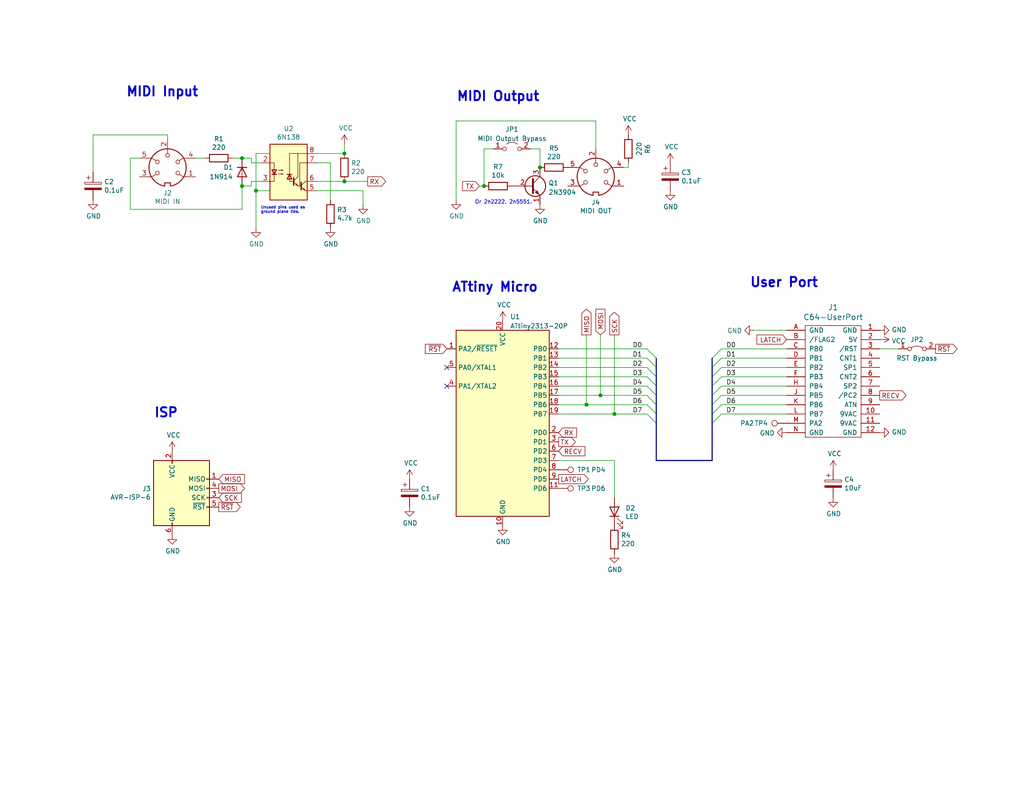
<source format=kicad_sch>
(kicad_sch (version 20211123) (generator eeschema)
  (paper "A")
  (title_block (title "C64UserPortMidi") (date "2022-12-11") (rev "v1.0 RevA") (company "D Cooper Dalrymple") (comment 1 "https://dcdalrymple.com/C64UserPortMidi"))
  (lib_symbols
    (symbol "C64UserPortMidi-rescue:CP-Device" (pin_numbers hide) (pin_names (offset 0.254))
      (property "Reference" "C" (at 0.635 2.54 0))
      (property "Value" "CP-Device" (at 0.635 -2.54 0))
      (symbol "CP-Device_0_1"
        (rectangle (start -2.286 0.508) (end 2.286 1.016))
        (polyline (pts (xy -1.778 2.286) (xy -0.762 2.286)))
        (polyline (pts (xy -1.27 2.794) (xy -1.27 1.778)))
        (rectangle (start 2.286 -0.508) (end -2.286 -1.016) (fill (type outline)))
      )
      (symbol "CP-Device_1_1"
        (pin passive line (at 0 3.81 270) (length 2.794) (name "~") (number "1"))
        (pin passive line (at 0 -3.81 90) (length 2.794) (name "~") (number "2"))
      )
    )
    (symbol "Connector:AVR-ISP-6" (pin_names (offset 1.016))
      (property "Reference" "J" (at -6.35 11.43 0))
      (property "Value" "AVR-ISP-6" (at 0 11.43 0))
      (symbol "AVR-ISP-6_0_1"
        (rectangle (start -2.667 -6.858) (end -2.413 -7.62))
        (rectangle (start -2.667 10.16) (end -2.413 9.398))
        (rectangle (start 7.62 -2.413) (end 6.858 -2.667))
        (rectangle (start 7.62 0.127) (end 6.858 -0.127))
        (rectangle (start 7.62 2.667) (end 6.858 2.413))
        (rectangle (start 7.62 5.207) (end 6.858 4.953))
        (rectangle (start 7.62 10.16) (end -7.62 -7.62) (stroke (width 0.254)) (fill (type background)))
      )
      (symbol "AVR-ISP-6_1_1"
        (pin passive line (at 10.16 5.08 180) (length 2.54) (name "MISO") (number "1"))
        (pin passive line (at -2.54 12.7 270) (length 2.54) (name "VCC") (number "2"))
        (pin passive line (at 10.16 0 180) (length 2.54) (name "SCK") (number "3"))
        (pin passive line (at 10.16 2.54 180) (length 2.54) (name "MOSI") (number "4"))
        (pin passive line (at 10.16 -2.54 180) (length 2.54) (name "~{RST}") (number "5"))
        (pin passive line (at -2.54 -10.16 90) (length 2.54) (name "GND") (number "6"))
      )
    )
    (symbol "Connector:TestPoint" (pin_numbers hide) (pin_names (offset 0.762) hide)
      (property "Reference" "TP" (at 0 6.858 0))
      (property "Value" "TestPoint" (at 0 5.08 0))
      (symbol "TestPoint_0_1"
        (circle (center 0 3.302) (radius 0.762))
      )
      (symbol "TestPoint_1_1"
        (pin passive line (at 0 0 90) (length 2.54) (name "1") (number "1"))
      )
    )
    (symbol "Device:LED" (pin_numbers hide) (pin_names (offset 1.016) hide)
      (property "Reference" "D" (at 0 2.54 0))
      (property "Value" "LED" (at 0 -2.54 0))
      (symbol "LED_0_1"
        (polyline (pts (xy -1.27 -1.27) (xy -1.27 1.27)) (stroke (width 0.254)))
        (polyline (pts (xy -1.27 0) (xy 1.27 0)))
        (polyline (pts (xy 1.27 -1.27) (xy 1.27 1.27) (xy -1.27 0) (xy 1.27 -1.27)) (stroke (width 0.254)))
        (polyline (pts (xy -3.048 -0.762) (xy -4.572 -2.286) (xy -3.81 -2.286) (xy -4.572 -2.286) (xy -4.572 -1.524)))
        (polyline (pts (xy -1.778 -0.762) (xy -3.302 -2.286) (xy -2.54 -2.286) (xy -3.302 -2.286) (xy -3.302 -1.524)))
      )
      (symbol "LED_1_1"
        (pin passive line (at -3.81 0 0) (length 2.54) (name "K") (number "1"))
        (pin passive line (at 3.81 0 180) (length 2.54) (name "A") (number "2"))
      )
    )
    (symbol "Device:R" (pin_numbers hide) (pin_names (offset 0))
      (property "Reference" "R" (at 2.032 0 90))
      (property "Value" "R" (at 0 0 90))
      (symbol "R_0_1"
        (rectangle (start -1.016 -2.54) (end 1.016 2.54) (stroke (width 0.254)))
      )
      (symbol "R_1_1"
        (pin passive line (at 0 3.81 270) (length 1.27) (name "~") (number "1"))
        (pin passive line (at 0 -3.81 90) (length 1.27) (name "~") (number "2"))
      )
    )
    (symbol "Diode:1N914" (pin_numbers hide) (pin_names (offset 1.016) hide)
      (property "Reference" "D" (at 0 2.54 0))
      (property "Value" "1N914" (at 0 -2.54 0))
      (symbol "1N914_0_1"
        (polyline (pts (xy -1.27 1.27) (xy -1.27 -1.27)) (stroke (width 0.254)))
        (polyline (pts (xy 1.27 0) (xy -1.27 0)))
        (polyline (pts (xy 1.27 1.27) (xy 1.27 -1.27) (xy -1.27 0) (xy 1.27 1.27)) (stroke (width 0.254)))
      )
      (symbol "1N914_1_1"
        (pin passive line (at -3.81 0 0) (length 2.54) (name "K") (number "1"))
        (pin passive line (at 3.81 0 180) (length 2.54) (name "A") (number "2"))
      )
    )
    (symbol "Isolator:6N138" (pin_names (offset 1.016) hide)
      (property "Reference" "U" (at -4.064 8.89 0))
      (property "Value" "6N138" (at 2.286 8.89 0))
      (symbol "6N138_0_1"
        (rectangle (start -5.08 7.62) (end 5.08 -7.62) (stroke (width 0.254)) (fill (type background)))
        (polyline (pts (xy -4.572 -0.635) (xy -3.302 -0.635)) (stroke (width 0.254)))
        (polyline (pts (xy 0.889 -0.635) (xy -0.381 -0.635)) (stroke (width 0.254)))
        (polyline (pts (xy 1.397 -2.667) (xy 2.54 -3.81)))
        (polyline (pts (xy 1.397 -2.413) (xy 2.54 -1.27)))
        (polyline (pts (xy 2.54 -3.81) (xy 3.175 -3.81)))
        (polyline (pts (xy 3.429 -3.937) (xy 4.572 -5.08)))
        (polyline (pts (xy 3.429 -3.683) (xy 4.572 -2.54)))
        (polyline (pts (xy 4.572 -5.08) (xy 5.08 -5.08)))
        (polyline (pts (xy 4.572 -2.54) (xy 5.08 -2.54)))
        (polyline (pts (xy 1.397 -1.524) (xy 1.397 -3.556) (xy 1.397 -3.556)) (stroke (width 0.3556)))
        (polyline (pts (xy 2.54 -1.27) (xy 2.54 5.08) (xy 5.08 5.08)))
        (polyline (pts (xy 3.429 -2.794) (xy 3.429 -4.826) (xy 3.429 -4.826)) (stroke (width 0.3556)))
        (polyline (pts (xy 5.08 2.54) (xy 3.048 2.54) (xy 3.048 -3.81)))
        (polyline (pts (xy -5.08 -2.54) (xy -3.937 -2.54) (xy -3.937 2.54) (xy -5.08 2.54)))
        (polyline (pts (xy -3.937 -0.635) (xy -4.572 0.635) (xy -3.302 0.635) (xy -3.937 -0.635)) (stroke (width 0.254)))
        (polyline (pts (xy 0.254 -0.635) (xy 0.889 -1.905) (xy -0.381 -1.905) (xy 0.254 -0.635)) (stroke (width 0.254)))
        (polyline (pts (xy 1.27 -2.54) (xy 0.254 -2.54) (xy 0.254 5.08) (xy 2.54 5.08)))
        (polyline (pts (xy 2.413 -3.683) (xy 2.159 -3.175) (xy 1.905 -3.429) (xy 2.413 -3.683)))
        (polyline (pts (xy 4.445 -4.953) (xy 4.191 -4.445) (xy 3.937 -4.699) (xy 4.445 -4.953)))
        (polyline (pts (xy -2.794 -0.508) (xy -1.524 -0.508) (xy -1.905 -0.635) (xy -1.905 -0.381) (xy -1.524 -0.508)))
        (polyline (pts (xy -2.794 0.508) (xy -1.524 0.508) (xy -1.905 0.381) (xy -1.905 0.635) (xy -1.524 0.508)))
      )
      (symbol "6N138_1_1"
        (pin no_connect line (at -5.08 5.08 0) (length 2.54) hide (name "NC") (number "1"))
        (pin passive line (at -7.62 2.54 0) (length 2.54) (name "C1") (number "2"))
        (pin passive line (at -7.62 -2.54 0) (length 2.54) (name "C2") (number "3"))
        (pin no_connect line (at -5.08 -5.08 0) (length 2.54) hide (name "NC") (number "4"))
        (pin passive line (at 7.62 -5.08 180) (length 2.54) (name "GND") (number "5"))
        (pin passive line (at 7.62 -2.54 180) (length 2.54) (name "VO2") (number "6"))
        (pin passive line (at 7.62 2.54 180) (length 2.54) (name "VO1") (number "7"))
        (pin passive line (at 7.62 5.08 180) (length 2.54) (name "VCC") (number "8"))
      )
    )
    (symbol "Jumper:Jumper_2_Bridged" (pin_names (offset 0) hide)
      (property "Reference" "JP" (at 0 1.905 0))
      (property "Value" "Jumper_2_Bridged" (at 0 -2.54 0))
      (symbol "Jumper_2_Bridged_0_0"
        (circle (center -2.032 0) (radius 0.508))
        (circle (center 2.032 0) (radius 0.508))
      )
      (symbol "Jumper_2_Bridged_0_1"
        (arc (start 1.524 0.254) (mid 0 0.762) (end -1.524 0.254))
      )
      (symbol "Jumper_2_Bridged_1_1"
        (pin passive line (at -5.08 0 0) (length 2.54) (name "A") (number "1"))
        (pin passive line (at 5.08 0 180) (length 2.54) (name "B") (number "2"))
      )
    )
    (symbol "Jumper:Jumper_2_Open" (pin_names (offset 0) hide)
      (property "Reference" "JP" (at 0 2.794 0))
      (property "Value" "Jumper_2_Open" (at 0 -2.286 0))
      (symbol "Jumper_2_Open_0_0"
        (circle (center -2.032 0) (radius 0.508))
        (circle (center 2.032 0) (radius 0.508))
      )
      (symbol "Jumper_2_Open_0_1"
        (arc (start 1.524 1.27) (mid 0 1.778) (end -1.524 1.27))
      )
      (symbol "Jumper_2_Open_1_1"
        (pin passive line (at -5.08 0 0) (length 2.54) (name "A") (number "1"))
        (pin passive line (at 5.08 0 180) (length 2.54) (name "B") (number "2"))
      )
    )
    (symbol "MCU_Microchip_ATtiny:ATtiny2313-20P"
      (property "Reference" "U" (at -12.7 26.67 0))
      (property "Value" "ATtiny2313-20P" (at 2.54 -26.67 0))
      (symbol "ATtiny2313-20P_0_1"
        (rectangle (start -12.7 -25.4) (end 12.7 25.4) (stroke (width 0.254)) (fill (type background)))
      )
      (symbol "ATtiny2313-20P_1_1"
        (pin bidirectional line (at -15.24 20.32 0) (length 2.54) (name "PA2/~{RESET}") (number "1"))
        (pin power_in line (at 0 -27.94 90) (length 2.54) (name "GND") (number "10"))
        (pin bidirectional line (at 15.24 -17.78 180) (length 2.54) (name "PD6") (number "11"))
        (pin bidirectional line (at 15.24 20.32 180) (length 2.54) (name "PB0") (number "12"))
        (pin bidirectional line (at 15.24 17.78 180) (length 2.54) (name "PB1") (number "13"))
        (pin bidirectional line (at 15.24 15.24 180) (length 2.54) (name "PB2") (number "14"))
        (pin bidirectional line (at 15.24 12.7 180) (length 2.54) (name "PB3") (number "15"))
        (pin bidirectional line (at 15.24 10.16 180) (length 2.54) (name "PB4") (number "16"))
        (pin bidirectional line (at 15.24 7.62 180) (length 2.54) (name "PB5") (number "17"))
        (pin bidirectional line (at 15.24 5.08 180) (length 2.54) (name "PB6") (number "18"))
        (pin bidirectional line (at 15.24 2.54 180) (length 2.54) (name "PB7") (number "19"))
        (pin bidirectional line (at 15.24 -2.54 180) (length 2.54) (name "PD0") (number "2"))
        (pin power_in line (at 0 27.94 270) (length 2.54) (name "VCC") (number "20"))
        (pin bidirectional line (at 15.24 -5.08 180) (length 2.54) (name "PD1") (number "3"))
        (pin bidirectional line (at -15.24 10.16 0) (length 2.54) (name "PA1/XTAL2") (number "4"))
        (pin bidirectional line (at -15.24 15.24 0) (length 2.54) (name "PA0/XTAL1") (number "5"))
        (pin bidirectional line (at 15.24 -7.62 180) (length 2.54) (name "PD2") (number "6"))
        (pin bidirectional line (at 15.24 -10.16 180) (length 2.54) (name "PD3") (number "7"))
        (pin bidirectional line (at 15.24 -12.7 180) (length 2.54) (name "PD4") (number "8"))
        (pin bidirectional line (at 15.24 -15.24 180) (length 2.54) (name "PD5") (number "9"))
      )
    )
    (symbol "Transistor_BJT:2N3904" (pin_names (offset 0) hide)
      (property "Reference" "Q" (at 5.08 1.905 0))
      (property "Value" "2N3904" (at 5.08 0 0))
      (symbol "2N3904_0_1"
        (polyline (pts (xy 0.635 0.635) (xy 2.54 2.54)))
        (polyline (pts (xy 0.635 -0.635) (xy 2.54 -2.54) (xy 2.54 -2.54)))
        (polyline (pts (xy 0.635 1.905) (xy 0.635 -1.905) (xy 0.635 -1.905)) (stroke (width 0.508)))
        (polyline (pts (xy 1.27 -1.778) (xy 1.778 -1.27) (xy 2.286 -2.286) (xy 1.27 -1.778) (xy 1.27 -1.778)) (fill (type outline)))
        (circle (center 1.27 0) (radius 2.8194) (stroke (width 0.254)))
      )
      (symbol "2N3904_1_1"
        (pin passive line (at 2.54 -5.08 90) (length 2.54) (name "E") (number "1"))
        (pin passive line (at -5.08 0 0) (length 5.715) (name "B") (number "2"))
        (pin passive line (at 2.54 5.08 270) (length 2.54) (name "C") (number "3"))
      )
    )
    (symbol "hackup-commodore:C64-UserPort" (pin_names (offset 1.016))
      (property "Reference" "J" (at 0 -11.43 0))
      (property "Value" "C64-UserPort" (at 0 -8.89 0))
      (symbol "C64-UserPort_0_1"
        (rectangle (start -7.62 24.13) (end 7.62 -6.35))
        (rectangle (start 7.62 22.86) (end 7.62 22.86))
      )
      (symbol "C64-UserPort_1_1"
        (pin passive line (at 12.7 22.86 180) (length 5.08) (name "GND") (number "1"))
        (pin passive line (at 12.7 0 180) (length 5.08) (name "9VAC") (number "10"))
        (pin passive line (at 12.7 -2.54 180) (length 5.08) (name "9VAC") (number "11"))
        (pin passive line (at 12.7 -5.08 180) (length 5.08) (name "GND") (number "12"))
        (pin passive line (at 12.7 20.32 180) (length 5.08) (name "5V") (number "2"))
        (pin bidirectional line (at 12.7 17.78 180) (length 5.08) (name "/RST") (number "3"))
        (pin input line (at 12.7 15.24 180) (length 5.08) (name "CNT1") (number "4"))
        (pin bidirectional line (at 12.7 12.7 180) (length 5.08) (name "SP1") (number "5"))
        (pin input line (at 12.7 10.16 180) (length 5.08) (name "CNT2") (number "6"))
        (pin bidirectional line (at 12.7 7.62 180) (length 5.08) (name "SP2") (number "7"))
        (pin input line (at 12.7 5.08 180) (length 5.08) (name "/PC2") (number "8"))
        (pin output line (at 12.7 2.54 180) (length 5.08) (name "ATN") (number "9"))
        (pin passive line (at -12.7 22.86 0) (length 5.08) (name "GND") (number "A"))
        (pin input line (at -12.7 20.32 0) (length 5.08) (name "/FLAG2") (number "B"))
        (pin bidirectional line (at -12.7 17.78 0) (length 5.08) (name "PB0") (number "C"))
        (pin bidirectional line (at -12.7 15.24 0) (length 5.08) (name "PB1") (number "D"))
        (pin bidirectional line (at -12.7 12.7 0) (length 5.08) (name "PB2") (number "E"))
        (pin bidirectional line (at -12.7 10.16 0) (length 5.08) (name "PB3") (number "F"))
        (pin bidirectional line (at -12.7 7.62 0) (length 5.08) (name "PB4") (number "H"))
        (pin bidirectional line (at -12.7 5.08 0) (length 5.08) (name "PB5") (number "J"))
        (pin bidirectional line (at -12.7 2.54 0) (length 5.08) (name "PB6") (number "K"))
        (pin bidirectional line (at -12.7 0 0) (length 5.08) (name "PB7") (number "L"))
        (pin bidirectional line (at -12.7 -2.54 0) (length 5.08) (name "PA2") (number "M"))
        (pin passive line (at -12.7 -5.08 0) (length 5.08) (name "GND") (number "N"))
      )
    )
    (symbol "hackup-commodore:DIN-5" (pin_names (offset 1.016))
      (property "Reference" "J" (at 3.175 5.715 0))
      (property "Value" "DIN-5" (at 0 -6.35 0))
      (symbol "DIN-5_0_1"
        (arc (start -5.08 0) (mid -3.8609 -3.3364) (end -0.762 -5.08) (stroke (width 0.254)))
        (circle (center -2.794 -1.524) (radius 0.508))
        (circle (center -2.794 1.524) (radius 0.508))
        (polyline (pts (xy 0 5.08) (xy 0 3.81)))
        (polyline (pts (xy -5.08 -2.54) (xy -4.318 -2.54) (xy -3.175 -1.905)))
        (polyline (pts (xy -5.08 2.54) (xy -4.318 2.54) (xy -3.175 1.905)))
        (polyline (pts (xy 5.08 -2.54) (xy 4.318 -2.54) (xy 3.175 -1.905)))
        (polyline (pts (xy 5.08 2.54) (xy 4.318 2.54) (xy 3.175 1.905)))
        (polyline (pts (xy -0.762 -4.953) (xy -0.762 -4.191) (xy 0.762 -4.191) (xy 0.762 -4.953)) (stroke (width 0.254)))
        (circle (center 0 3.302) (radius 0.508))
        (arc (start 0.762 -5.08) (mid 3.8685 -3.343) (end 5.08 0) (stroke (width 0.254)))
        (circle (center 2.794 -1.524) (radius 0.508))
        (circle (center 2.794 1.524) (radius 0.508))
        (arc (start 5.08 0) (mid 0 5.08) (end -5.08 0) (stroke (width 0.254)))
      )
      (symbol "DIN-5_1_1"
        (pin passive line (at 7.62 -2.54 180) (length 2.54) (name "~") (number "1"))
        (pin passive line (at 0 7.62 270) (length 2.54) (name "~") (number "2"))
        (pin passive line (at -7.62 -2.54 0) (length 2.54) (name "~") (number "3"))
        (pin passive line (at 7.62 2.54 180) (length 2.54) (name "~") (number "4"))
        (pin passive line (at -7.62 2.54 0) (length 2.54) (name "~") (number "5"))
      )
    )
    (symbol "power:GND" (power) (pin_names (offset 0))
      (property "Value" "GND" (at 0 -3.81 0))
      (symbol "GND_0_1"
        (polyline (pts (xy 0 0) (xy 0 -1.27) (xy 1.27 -1.27) (xy 0 -2.54) (xy -1.27 -1.27) (xy 0 -1.27)))
      )
      (symbol "GND_1_1"
        (pin power_in line (at 0 0 270) (length 0) hide (name "GND") (number "1"))
      )
    )
    (symbol "power:VCC" (power) (pin_names (offset 0))
      (property "Value" "VCC" (at 0 3.81 0))
      (symbol "VCC_0_1"
        (polyline (pts (xy -0.762 1.27) (xy 0 2.54)))
        (polyline (pts (xy 0 0) (xy 0 2.54)))
        (polyline (pts (xy 0 2.54) (xy 0.762 1.27)))
      )
      (symbol "VCC_1_1"
        (pin power_in line (at 0 0 90) (length 0) hide (name "VCC") (number "1"))
      )
    )
  )
  (junction (at 160.02 110.49))
  (junction (at 93.98 49.53))
  (junction (at 147.32 45.72))
  (junction (at 66.04 43.18))
  (junction (at 93.98 41.91))
  (junction (at 69.85 52.07))
  (junction (at 66.04 50.8))
  (junction (at 132.08 50.8))
  (junction (at 167.64 113.03))
  (junction (at 163.83 107.95))
  (no_connect (at 121.92 100.33))
  (no_connect (at 121.92 105.41))
  (bus_entry (at 176.53 107.95) (size 2.54 2.54))
  (bus_entry (at 194.31 105.41) (size 2.54 -2.54))
  (bus_entry (at 194.31 110.49) (size 2.54 -2.54))
  (bus_entry (at 194.31 102.87) (size 2.54 -2.54))
  (bus_entry (at 194.31 115.57) (size 2.54 -2.54))
  (bus_entry (at 176.53 113.03) (size 2.54 2.54))
  (bus_entry (at 176.53 105.41) (size 2.54 2.54))
  (bus_entry (at 194.31 113.03) (size 2.54 -2.54))
  (bus_entry (at 176.53 102.87) (size 2.54 2.54))
  (bus_entry (at 176.53 97.79) (size 2.54 2.54))
  (bus_entry (at 176.53 100.33) (size 2.54 2.54))
  (bus_entry (at 194.31 107.95) (size 2.54 -2.54))
  (bus_entry (at 194.31 100.33) (size 2.54 -2.54))
  (bus_entry (at 176.53 95.25) (size 2.54 2.54))
  (bus_entry (at 176.53 110.49) (size 2.54 2.54))
  (bus_entry (at 194.31 97.79) (size 2.54 -2.54))
  (bus (pts (xy 179.07 110.49) (xy 179.07 113.03)))
  (wire (pts (xy 163.83 107.95) (xy 176.53 107.95)))
  (wire (pts (xy 86.36 41.91) (xy 93.98 41.91)))
  (bus (pts (xy 179.07 97.79) (xy 179.07 100.33)))
  (bus (pts (xy 179.07 102.87) (xy 179.07 105.41)))
  (wire (pts (xy 134.62 40.64) (xy 132.08 40.64)))
  (bus (pts (xy 179.07 125.73) (xy 194.31 125.73)))
  (wire (pts (xy 152.4 102.87) (xy 176.53 102.87)))
  (bus (pts (xy 194.31 97.79) (xy 194.31 100.33)))
  (wire (pts (xy 45.72 38.1) (xy 45.72 36.83)))
  (wire (pts (xy 66.04 57.15) (xy 66.04 50.8)))
  (wire (pts (xy 73.66 41.91) (xy 69.85 41.91)))
  (wire (pts (xy 68.58 43.18) (xy 68.58 44.45)))
  (wire (pts (xy 35.56 57.15) (xy 66.04 57.15)))
  (wire (pts (xy 245.11 95.25) (xy 240.03 95.25)))
  (wire (pts (xy 25.4 36.83) (xy 25.4 46.99)))
  (bus (pts (xy 194.31 105.41) (xy 194.31 107.95)))
  (wire (pts (xy 68.58 50.8) (xy 66.04 50.8)))
  (bus (pts (xy 179.07 107.95) (xy 179.07 110.49)))
  (wire (pts (xy 196.85 102.87) (xy 214.63 102.87)))
  (wire (pts (xy 167.64 125.73) (xy 152.4 125.73)))
  (wire (pts (xy 196.85 95.25) (xy 214.63 95.25)))
  (wire (pts (xy 162.56 33.02) (xy 162.56 40.64)))
  (bus (pts (xy 179.07 100.33) (xy 179.07 102.87)))
  (wire (pts (xy 144.78 40.64) (xy 147.32 40.64)))
  (wire (pts (xy 196.85 107.95) (xy 214.63 107.95)))
  (wire (pts (xy 196.85 105.41) (xy 214.63 105.41)))
  (bus (pts (xy 194.31 102.87) (xy 194.31 105.41)))
  (wire (pts (xy 93.98 41.91) (xy 93.98 39.37)))
  (wire (pts (xy 152.4 113.03) (xy 167.64 113.03)))
  (wire (pts (xy 124.46 54.61) (xy 124.46 33.02)))
  (wire (pts (xy 167.64 91.44) (xy 167.64 113.03)))
  (bus (pts (xy 179.07 113.03) (xy 179.07 115.57)))
  (bus (pts (xy 194.31 100.33) (xy 194.31 102.87)))
  (wire (pts (xy 176.53 95.25) (xy 152.4 95.25)))
  (bus (pts (xy 179.07 115.57) (xy 179.07 125.73)))
  (wire (pts (xy 66.04 43.18) (xy 68.58 43.18)))
  (wire (pts (xy 160.02 110.49) (xy 152.4 110.49)))
  (wire (pts (xy 124.46 33.02) (xy 162.56 33.02)))
  (wire (pts (xy 196.85 110.49) (xy 214.63 110.49)))
  (wire (pts (xy 71.12 49.53) (xy 68.58 49.53)))
  (wire (pts (xy 38.1 43.18) (xy 35.56 43.18)))
  (bus (pts (xy 194.31 110.49) (xy 194.31 113.03)))
  (wire (pts (xy 69.85 41.91) (xy 69.85 52.07)))
  (bus (pts (xy 179.07 105.41) (xy 179.07 107.95)))
  (wire (pts (xy 35.56 43.18) (xy 35.56 57.15)))
  (wire (pts (xy 69.85 52.07) (xy 69.85 62.23)))
  (wire (pts (xy 93.98 49.53) (xy 86.36 49.53)))
  (wire (pts (xy 99.06 52.07) (xy 99.06 55.88)))
  (wire (pts (xy 196.85 113.03) (xy 214.63 113.03)))
  (wire (pts (xy 45.72 36.83) (xy 25.4 36.83)))
  (wire (pts (xy 93.98 49.53) (xy 100.33 49.53)))
  (bus (pts (xy 194.31 115.57) (xy 194.31 125.73)))
  (wire (pts (xy 55.88 43.18) (xy 53.34 43.18)))
  (wire (pts (xy 73.66 52.07) (xy 69.85 52.07)))
  (wire (pts (xy 152.4 97.79) (xy 176.53 97.79)))
  (wire (pts (xy 176.53 100.33) (xy 152.4 100.33)))
  (wire (pts (xy 130.81 50.8) (xy 132.08 50.8)))
  (wire (pts (xy 68.58 44.45) (xy 71.12 44.45)))
  (wire (pts (xy 86.36 44.45) (xy 90.17 44.45)))
  (wire (pts (xy 90.17 44.45) (xy 90.17 54.61)))
  (wire (pts (xy 160.02 91.44) (xy 160.02 110.49)))
  (wire (pts (xy 167.64 135.89) (xy 167.64 125.73)))
  (bus (pts (xy 194.31 113.03) (xy 194.31 115.57)))
  (wire (pts (xy 167.64 113.03) (xy 176.53 113.03)))
  (wire (pts (xy 132.08 40.64) (xy 132.08 50.8)))
  (wire (pts (xy 63.5 43.18) (xy 66.04 43.18)))
  (wire (pts (xy 152.4 107.95) (xy 163.83 107.95)))
  (wire (pts (xy 196.85 100.33) (xy 214.63 100.33)))
  (wire (pts (xy 205.74 90.17) (xy 214.63 90.17)))
  (wire (pts (xy 86.36 52.07) (xy 99.06 52.07)))
  (wire (pts (xy 171.45 45.72) (xy 171.45 44.45)))
  (bus (pts (xy 194.31 107.95) (xy 194.31 110.49)))
  (wire (pts (xy 196.85 97.79) (xy 214.63 97.79)))
  (wire (pts (xy 176.53 105.41) (xy 152.4 105.41)))
  (wire (pts (xy 163.83 91.44) (xy 163.83 107.95)))
  (wire (pts (xy 176.53 110.49) (xy 160.02 110.49)))
  (wire (pts (xy 147.32 40.64) (xy 147.32 45.72)))
  (wire (pts (xy 68.58 49.53) (xy 68.58 50.8)))
  (wire (pts (xy 170.18 45.72) (xy 171.45 45.72)))
  (text "MIDI Input" (at 34.29 26.67 0) (effects (font (size 2.54 2.54) (thickness 0.508) bold) (justify left bottom)))
  (text "MIDI Output" (at 124.46 27.94 0) (effects (font (size 2.54 2.54) (thickness 0.508) bold) (justify left bottom)))
  (text "Or 2n2222, 2n5551." (at 129.54 55.88 0) (effects (font (size 1 1)) (justify left bottom)))
  (text "User Port" (at 204.47 78.74 0) (effects (font (size 2.54 2.54) (thickness 0.508) bold) (justify left bottom)))
  (text "ATtiny Micro" (at 123.19 80.01 0) (effects (font (size 2.54 2.54) (thickness 0.508) bold) (justify left bottom)))
  (text "Unused pins used as\nground plane ties." (at 71.12 58.42 0) (effects (font (size 0.75 0.75)) (justify left bottom)))
  (text "ISP" (at 41.91 114.3 0) (effects (font (size 2.54 2.54) (thickness 0.508) bold) (justify left bottom)))
  (label "D0" (at 175.26 95.25 180))
  (label "D5" (at 198.12 107.95 0))
  (label "D6" (at 198.12 110.49 0))
  (label "D0" (at 198.12 95.25 0))
  (label "D3" (at 175.26 102.87 180))
  (label "D7" (at 198.12 113.03 0))
  (label "D1" (at 175.26 97.79 180))
  (label "D7" (at 175.26 113.03 180))
  (label "D4" (at 198.12 105.41 0))
  (label "D6" (at 175.26 110.49 180))
  (label "D5" (at 175.26 107.95 180))
  (label "D3" (at 198.12 102.87 0))
  (label "D2" (at 198.12 100.33 0))
  (label "D1" (at 198.12 97.79 0))
  (label "D2" (at 175.26 100.33 180))
  (label "D4" (at 175.26 105.41 180))
  (global_label "RECV" (shape input) (at 152.4 123.19 0) (property "Intersheet References" "${INTERSHEET_REFS}" (effects hide)))
  (global_label "MISO" (shape output) (at 160.02 91.44 90) (property "Intersheet References" "${INTERSHEET_REFS}" (effects hide)))
  (global_label "LATCH" (shape input) (at 214.63 92.71 180) (property "Intersheet References" "${INTERSHEET_REFS}" (effects hide)))
  (global_label "~{RST}" (shape output) (at 255.27 95.25 0) (property "Intersheet References" "${INTERSHEET_REFS}" (effects hide)))
  (global_label "LATCH" (shape output) (at 152.4 130.81 0) (property "Intersheet References" "${INTERSHEET_REFS}" (effects hide)))
  (global_label "RX" (shape input) (at 152.4 118.11 0) (property "Intersheet References" "${INTERSHEET_REFS}" (effects hide)))
  (global_label "TX" (shape output) (at 152.4 120.65 0) (property "Intersheet References" "${INTERSHEET_REFS}" (effects hide)))
  (global_label "SCK" (shape input) (at 59.69 135.89 0) (property "Intersheet References" "${INTERSHEET_REFS}" (effects hide)))
  (global_label "RX" (shape output) (at 100.33 49.53 0) (property "Intersheet References" "${INTERSHEET_REFS}" (effects hide)))
  (global_label "MOSI" (shape output) (at 59.69 133.35 0) (property "Intersheet References" "${INTERSHEET_REFS}" (effects hide)))
  (global_label "TX" (shape input) (at 130.81 50.8 180) (property "Intersheet References" "${INTERSHEET_REFS}" (effects hide)))
  (global_label "MISO" (shape input) (at 59.69 130.81 0) (property "Intersheet References" "${INTERSHEET_REFS}" (effects hide)))
  (global_label "SCK" (shape output) (at 167.64 91.44 90) (property "Intersheet References" "${INTERSHEET_REFS}" (effects hide)))
  (global_label "RECV" (shape output) (at 240.03 107.95 0) (property "Intersheet References" "${INTERSHEET_REFS}" (effects hide)))
  (global_label "MOSI" (shape input) (at 163.83 91.44 90) (property "Intersheet References" "${INTERSHEET_REFS}" (effects hide)))
  (global_label "~{RST}" (shape input) (at 121.92 95.25 180) (property "Intersheet References" "${INTERSHEET_REFS}" (effects hide)))
  (global_label "~{RST}" (shape output) (at 59.69 138.43 0) (property "Intersheet References" "${INTERSHEET_REFS}" (effects hide)))
  (symbol (lib_id "hackup-commodore:C64-UserPort") (at 227.33 113.03 0) (unit 1)
    (property "Reference" "J1" (at 227.33 83.8962 0) (effects (font (size 1.524 1.524))))
    (property "Value" "C64-UserPort" (at 227.33 86.5886 0) (effects (font (size 1.524 1.524))))
    (property "Footprint" "Commodore64C:Connector_Edge_2x12_P3.96mm" (effects hide))
  )
  (symbol (lib_id "Isolator:6N138") (at 78.74 46.99 0) (unit 1)
    (property "Reference" "U2" (at 78.74 35.1282 0))
    (property "Value" "6N138" (at 78.74 37.4396 0))
    (property "Footprint" "Package_DIP:DIP-8_W7.62mm_Socket_LongPads" (effects hide))
    (property "Datasheet" "http://www.onsemi.com/pub/Collateral/HCPL2731-D.pdf" (effects hide))
  )
  (symbol (lib_id "power:GND") (at 205.74 90.17 270) (unit 1)
    (property "Reference" "#PWR0105" (effects hide))
    (property "Value" "GND" (at 202.4888 90.297 90) (effects (justify right)))
  )
  (symbol (lib_id "power:GND") (at 214.63 118.11 270) (unit 1)
    (property "Reference" "#PWR0101" (effects hide))
    (property "Value" "GND" (at 211.3788 118.237 90) (effects (justify right)))
  )
  (symbol (lib_id "power:GND") (at 240.03 118.11 90) (unit 1)
    (property "Reference" "#PWR0102" (effects hide))
    (property "Value" "GND" (at 243.2812 117.983 90) (effects (justify right)))
  )
  (symbol (lib_id "power:GND") (at 240.03 90.17 90) (unit 1)
    (property "Reference" "#PWR0103" (effects hide))
    (property "Value" "GND" (at 243.2812 90.043 90) (effects (justify right)))
  )
  (symbol (lib_id "power:VCC") (at 240.03 92.71 270) (unit 1)
    (property "Reference" "#PWR0104" (effects hide))
    (property "Value" "VCC" (at 243.2812 93.091 90) (effects (justify left)))
  )
  (symbol (lib_id "Diode:1N914") (at 66.04 46.99 270) (unit 1)
    (property "Reference" "D1" (at 60.96 45.72 90) (effects (justify left)))
    (property "Value" "1N914" (at 57.15 48.26 90) (effects (justify left)))
    (property "Footprint" "Diode_THT:D_DO-35_SOD27_P7.62mm_Horizontal" (effects hide))
    (property "Datasheet" "http://www.vishay.com/docs/85622/1n914.pdf" (effects hide))
  )
  (symbol (lib_id "Device:R") (at 59.69 43.18 90) (unit 1)
    (property "Reference" "R1" (at 59.69 37.9222 90))
    (property "Value" "220" (at 59.69 40.2336 90))
    (property "Footprint" "Resistor_THT:R_Axial_DIN0207_L6.3mm_D2.5mm_P7.62mm_Horizontal" (effects hide))
  )
  (symbol (lib_id "Device:R") (at 93.98 45.72 0) (unit 1)
    (property "Reference" "R2" (at 95.758 44.5516 0) (effects (justify left)))
    (property "Value" "220" (at 95.758 46.863 0) (effects (justify left)))
    (property "Footprint" "Resistor_THT:R_Axial_DIN0207_L6.3mm_D2.5mm_P7.62mm_Horizontal" (effects hide))
  )
  (symbol (lib_id "Device:R") (at 90.17 58.42 0) (unit 1)
    (property "Reference" "R3" (at 91.948 57.2516 0) (effects (justify left)))
    (property "Value" "4.7k" (at 91.948 59.563 0) (effects (justify left)))
    (property "Footprint" "Resistor_THT:R_Axial_DIN0207_L6.3mm_D2.5mm_P7.62mm_Horizontal" (effects hide))
  )
  (symbol (lib_id "power:VCC") (at 93.98 39.37 0) (unit 1)
    (property "Reference" "#PWR0110" (effects hide))
    (property "Value" "VCC" (at 94.361 34.9758 0))
  )
  (symbol (lib_id "power:GND") (at 90.17 62.23 0) (unit 1)
    (property "Reference" "#PWR0111" (effects hide))
    (property "Value" "GND" (at 90.297 66.6242 0))
  )
  (symbol (lib_id "power:GND") (at 99.06 55.88 0) (unit 1)
    (property "Reference" "#PWR0112" (effects hide))
    (property "Value" "GND" (at 99.187 60.2742 0))
  )
  (symbol (lib_id "Connector:AVR-ISP-6") (at 49.53 135.89 0) (unit 1)
    (property "Reference" "J3" (at 41.1734 133.4516 0) (effects (justify right)))
    (property "Value" "AVR-ISP-6" (at 41.1734 135.763 0) (effects (justify right)))
    (property "Footprint" "Connector_PinHeader_2.54mm:PinHeader_2x03_P2.54mm_Vertical" (effects hide))
    (property "Datasheet" " ~" (effects hide))
  )
  (symbol (lib_id "power:VCC") (at 46.99 123.19 0) (unit 1)
    (property "Reference" "#PWR0116" (effects hide))
    (property "Value" "VCC" (at 47.371 118.7958 0))
  )
  (symbol (lib_id "power:GND") (at 46.99 146.05 0) (unit 1)
    (property "Reference" "#PWR0117" (effects hide))
    (property "Value" "GND" (at 47.117 150.4442 0))
  )
  (symbol (lib_id "C64UserPortMidi-rescue:CP-Device") (at 111.76 134.62 0) (unit 1)
    (property "Reference" "C1" (at 114.7572 133.4516 0) (effects (justify left)))
    (property "Value" "0.1uF" (at 114.7572 135.763 0) (effects (justify left)))
    (property "Footprint" "Capacitor_THT:CP_Radial_D5.0mm_P2.00mm" (effects hide))
  )
  (symbol (lib_id "power:VCC") (at 111.76 130.81 0) (unit 1)
    (property "Reference" "#PWR0118" (effects hide))
    (property "Value" "VCC" (at 112.141 126.4158 0))
  )
  (symbol (lib_id "power:GND") (at 111.76 138.43 0) (unit 1)
    (property "Reference" "#PWR0119" (effects hide))
    (property "Value" "GND" (at 111.887 142.8242 0))
  )
  (symbol (lib_id "hackup-commodore:DIN-5") (at 45.72 45.72 0) (unit 1)
    (property "Reference" "J2" (at 45.72 52.705 0))
    (property "Value" "MIDI IN" (at 45.72 55.0164 0))
    (property "Footprint" "Video Connectors:din-5" (effects hide))
    (property "Datasheet" "http://www.mouser.com/ds/2/18/40_c091_abd_e-75918.pdf" (effects hide))
  )
  (symbol (lib_id "power:GND") (at 167.64 151.13 0) (unit 1)
    (property "Reference" "#PWR0108" (effects hide))
    (property "Value" "GND" (at 167.767 155.5242 0))
  )
  (symbol (lib_id "power:GND") (at 69.85 62.23 0) (unit 1)
    (property "Reference" "#PWR0106" (effects hide))
    (property "Value" "GND" (at 69.977 66.6242 0))
  )
  (symbol (lib_id "MCU_Microchip_ATtiny:ATtiny2313-20P") (at 137.16 115.57 0) (unit 1)
    (property "Reference" "U1" (at 139.1794 86.4702 0) (effects (justify left)))
    (property "Value" "ATtiny2313-20P" (at 139.1794 89.0071 0) (effects (justify left)))
    (property "Footprint" "Package_DIP:DIP-20_W7.62mm_Socket_LongPads" (effects hide))
    (property "Datasheet" "http://ww1.microchip.com/downloads/en/DeviceDoc/Atmel-2543-AVR-ATtiny2313_Datasheet.pdf" (effects hide))
  )
  (symbol (lib_id "C64UserPortMidi-rescue:CP-Device") (at 227.33 132.08 0) (unit 1)
    (property "Reference" "C4" (at 230.3272 130.9116 0) (effects (justify left)))
    (property "Value" "10uF" (at 230.3272 133.223 0) (effects (justify left)))
    (property "Footprint" "Capacitor_THT:CP_Radial_D5.0mm_P2.00mm" (effects hide))
  )
  (symbol (lib_id "power:VCC") (at 182.88 44.45 0) (unit 1)
    (property "Reference" "#PWR04" (effects hide))
    (property "Value" "VCC" (at 183.261 40.0558 0))
  )
  (symbol (lib_id "power:GND") (at 182.88 52.07 0) (unit 1)
    (property "Reference" "#PWR05" (effects hide))
    (property "Value" "GND" (at 183.007 56.4642 0))
  )
  (symbol (lib_id "power:GND") (at 124.46 54.61 0) (unit 1)
    (property "Reference" "#PWR02" (effects hide))
    (property "Value" "GND" (at 124.587 59.0042 0))
  )
  (symbol (lib_id "Connector:TestPoint") (at 152.4 128.27 270) (unit 1)
    (property "Reference" "TP1" (at 157.48 128.27 90) (effects (justify left)))
    (property "Value" "PD4" (at 161.29 128.27 90) (effects (justify left)))
    (property "Footprint" "TestPoint:TestPoint_THTPad_D1.5mm_Drill0.7mm" (effects hide))
  )
  (symbol (lib_id "Connector:TestPoint") (at 152.4 133.35 270) (unit 1)
    (property "Reference" "TP3" (at 157.48 133.35 90) (effects (justify left)))
    (property "Value" "PD6" (at 161.29 133.35 90) (effects (justify left)))
    (property "Footprint" "TestPoint:TestPoint_THTPad_D1.5mm_Drill0.7mm" (effects hide))
  )
  (symbol (lib_id "Connector:TestPoint") (at 214.63 115.57 90) (unit 1)
    (property "Reference" "TP4" (at 209.55 115.57 90) (effects (justify left)))
    (property "Value" "PA2" (at 205.74 115.57 90) (effects (justify left)))
    (property "Footprint" "TestPoint:TestPoint_THTPad_D1.5mm_Drill0.7mm" (effects hide))
  )
  (symbol (lib_id "Device:R") (at 135.89 50.8 270) (mirror x) (unit 1)
    (property "Reference" "R7" (at 135.89 45.5422 90))
    (property "Value" "10k" (at 135.89 47.8536 90))
    (property "Footprint" "Resistor_THT:R_Axial_DIN0207_L6.3mm_D2.5mm_P7.62mm_Horizontal" (effects hide))
  )
  (symbol (lib_id "power:GND") (at 137.16 143.51 0) (unit 1)
    (property "Reference" "#PWR0109" (effects hide))
    (property "Value" "GND" (at 137.287 147.9042 0))
  )
  (symbol (lib_id "C64UserPortMidi-rescue:CP-Device") (at 182.88 48.26 0) (unit 1)
    (property "Reference" "C3" (at 185.8772 47.0916 0) (effects (justify left)))
    (property "Value" "0.1uF" (at 185.8772 49.403 0) (effects (justify left)))
    (property "Footprint" "Capacitor_THT:CP_Radial_D5.0mm_P2.00mm" (effects hide))
  )
  (symbol (lib_id "Jumper:Jumper_2_Bridged") (at 250.19 95.25 0) (unit 1)
    (property "Reference" "JP2" (at 250.19 92.71 0))
    (property "Value" "RST Bypass" (at 250.19 97.79 0))
    (property "Footprint" "Jumper:SolderJumper-2_P1.3mm_Bridged_RoundedPad1.0x1.5mm" (effects hide))
  )
  (symbol (lib_id "Device:LED") (at 167.64 139.7 90) (unit 1)
    (property "Reference" "D2" (at 170.6372 138.7094 90) (effects (justify right)))
    (property "Value" "LED" (at 170.6372 141.0208 90) (effects (justify right)))
    (property "Footprint" "LED_THT:LED_D3.0mm" (effects hide))
  )
  (symbol (lib_id "power:VCC") (at 137.16 87.63 0) (unit 1)
    (property "Reference" "#PWR0107" (effects hide))
    (property "Value" "VCC" (at 137.541 83.2358 0))
  )
  (symbol (lib_id "Transistor_BJT:2N3904") (at 144.78 50.8 0) (unit 1)
    (property "Reference" "Q1" (at 149.6314 49.9653 0) (effects (justify left)))
    (property "Value" "2N3904" (at 149.6314 52.5022 0) (effects (justify left)))
    (property "Footprint" "Package_TO_SOT_THT:TO-92_Inline" (effects hide))
    (property "Datasheet" "https://www.onsemi.com/pub/Collateral/2N3903-D.PDF" (effects hide))
  )
  (symbol (lib_id "power:GND") (at 147.32 55.88 0) (unit 1)
    (property "Reference" "#PWR06" (effects hide))
    (property "Value" "GND" (at 147.447 60.2742 0))
  )
  (symbol (lib_id "power:GND") (at 25.4 54.61 0) (unit 1)
    (property "Reference" "#PWR01" (effects hide))
    (property "Value" "GND" (at 25.527 59.0042 0))
  )
  (symbol (lib_id "C64UserPortMidi-rescue:CP-Device") (at 25.4 50.8 0) (unit 1)
    (property "Reference" "C2" (at 28.3972 49.6316 0) (effects (justify left)))
    (property "Value" "0.1uF" (at 28.3972 51.943 0) (effects (justify left)))
    (property "Footprint" "Capacitor_THT:CP_Radial_D5.0mm_P2.00mm" (effects hide))
  )
  (symbol (lib_id "Device:R") (at 171.45 40.64 0) (mirror x) (unit 1)
    (property "Reference" "R6" (at 176.7078 40.64 90))
    (property "Value" "220" (at 174.3964 40.64 90))
    (property "Footprint" "Resistor_THT:R_Axial_DIN0207_L6.3mm_D2.5mm_P7.62mm_Horizontal" (effects hide))
  )
  (symbol (lib_id "Device:R") (at 167.64 147.32 0) (unit 1)
    (property "Reference" "R4" (at 169.418 146.1516 0) (effects (justify left)))
    (property "Value" "220" (at 169.418 148.463 0) (effects (justify left)))
    (property "Footprint" "Resistor_THT:R_Axial_DIN0207_L6.3mm_D2.5mm_P7.62mm_Horizontal" (effects hide))
  )
  (symbol (lib_id "Jumper:Jumper_2_Open") (at 139.7 40.64 0) (unit 1)
    (property "Reference" "JP1" (at 139.7 35.2892 0))
    (property "Value" "MIDI Output Bypass" (at 139.7 37.8261 0))
    (property "Footprint" "Jumper:SolderJumper-2_P1.3mm_Open_RoundedPad1.0x1.5mm" (effects hide))
  )
  (symbol (lib_id "hackup-commodore:DIN-5") (at 162.56 48.26 0) (unit 1)
    (property "Reference" "J4" (at 162.56 55.245 0))
    (property "Value" "MIDI OUT" (at 162.56 57.5564 0))
    (property "Footprint" "Video Connectors:din-5" (effects hide))
    (property "Datasheet" "http://www.mouser.com/ds/2/18/40_c091_abd_e-75918.pdf" (effects hide))
  )
  (symbol (lib_id "Device:R") (at 151.13 45.72 270) (mirror x) (unit 1)
    (property "Reference" "R5" (at 151.13 40.4622 90))
    (property "Value" "220" (at 151.13 42.7736 90))
    (property "Footprint" "Resistor_THT:R_Axial_DIN0207_L6.3mm_D2.5mm_P7.62mm_Horizontal" (effects hide))
  )
  (symbol (lib_id "power:GND") (at 227.33 135.89 0) (unit 1)
    (property "Reference" "#PWR0114" (effects hide))
    (property "Value" "GND" (at 227.457 140.2842 0))
  )
  (symbol (lib_id "power:VCC") (at 171.45 36.83 0) (unit 1)
    (property "Reference" "#PWR03" (effects hide))
    (property "Value" "VCC" (at 171.831 32.4358 0))
  )
  (symbol (lib_id "power:VCC") (at 227.33 128.27 0) (unit 1)
    (property "Reference" "#PWR0113" (effects hide))
    (property "Value" "VCC" (at 227.711 123.8758 0))
  )
)
</source>
